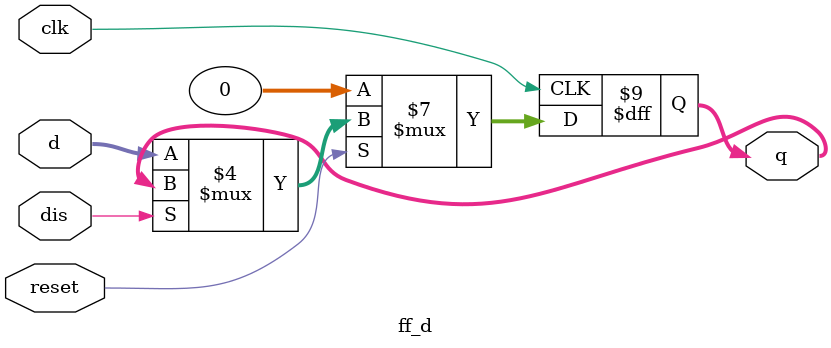
<source format=sv>
module ff_d (input clk, reset, dis,
			input [31:0] d,
			output reg [31:0] q);
	
	always @(negedge clk)		
		if (~reset)
			q <= 0;
		else if (~dis) 
            q <= d;
	
endmodule
</source>
